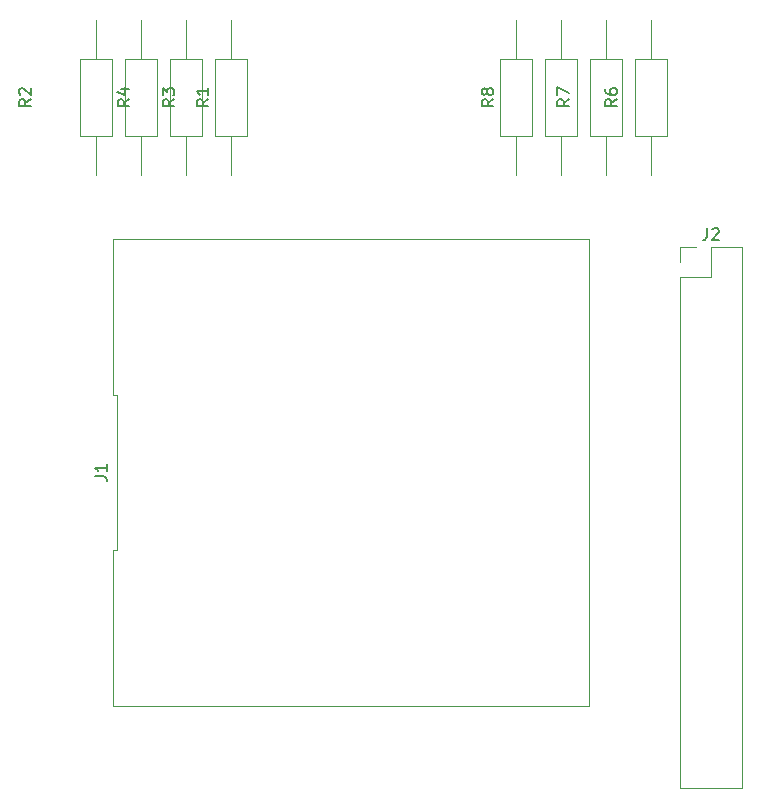
<source format=gbr>
%TF.GenerationSoftware,KiCad,Pcbnew,8.0.1-rc1*%
%TF.CreationDate,2024-05-10T09:17:23-04:00*%
%TF.ProjectId,KiCad LED matrix,4b694361-6420-44c4-9544-206d61747269,rev?*%
%TF.SameCoordinates,Original*%
%TF.FileFunction,Legend,Top*%
%TF.FilePolarity,Positive*%
%FSLAX46Y46*%
G04 Gerber Fmt 4.6, Leading zero omitted, Abs format (unit mm)*
G04 Created by KiCad (PCBNEW 8.0.1-rc1) date 2024-05-10 09:17:23*
%MOMM*%
%LPD*%
G01*
G04 APERTURE LIST*
%ADD10C,0.150000*%
%ADD11C,0.120000*%
G04 APERTURE END LIST*
D10*
X157764819Y-62396666D02*
X157288628Y-62729999D01*
X157764819Y-62968094D02*
X156764819Y-62968094D01*
X156764819Y-62968094D02*
X156764819Y-62587142D01*
X156764819Y-62587142D02*
X156812438Y-62491904D01*
X156812438Y-62491904D02*
X156860057Y-62444285D01*
X156860057Y-62444285D02*
X156955295Y-62396666D01*
X156955295Y-62396666D02*
X157098152Y-62396666D01*
X157098152Y-62396666D02*
X157193390Y-62444285D01*
X157193390Y-62444285D02*
X157241009Y-62491904D01*
X157241009Y-62491904D02*
X157288628Y-62587142D01*
X157288628Y-62587142D02*
X157288628Y-62968094D01*
X156764819Y-62063332D02*
X156764819Y-61444285D01*
X156764819Y-61444285D02*
X157145771Y-61777618D01*
X157145771Y-61777618D02*
X157145771Y-61634761D01*
X157145771Y-61634761D02*
X157193390Y-61539523D01*
X157193390Y-61539523D02*
X157241009Y-61491904D01*
X157241009Y-61491904D02*
X157336247Y-61444285D01*
X157336247Y-61444285D02*
X157574342Y-61444285D01*
X157574342Y-61444285D02*
X157669580Y-61491904D01*
X157669580Y-61491904D02*
X157717200Y-61539523D01*
X157717200Y-61539523D02*
X157764819Y-61634761D01*
X157764819Y-61634761D02*
X157764819Y-61920475D01*
X157764819Y-61920475D02*
X157717200Y-62015713D01*
X157717200Y-62015713D02*
X157669580Y-62063332D01*
X202866666Y-73324819D02*
X202866666Y-74039104D01*
X202866666Y-74039104D02*
X202819047Y-74181961D01*
X202819047Y-74181961D02*
X202723809Y-74277200D01*
X202723809Y-74277200D02*
X202580952Y-74324819D01*
X202580952Y-74324819D02*
X202485714Y-74324819D01*
X203295238Y-73420057D02*
X203342857Y-73372438D01*
X203342857Y-73372438D02*
X203438095Y-73324819D01*
X203438095Y-73324819D02*
X203676190Y-73324819D01*
X203676190Y-73324819D02*
X203771428Y-73372438D01*
X203771428Y-73372438D02*
X203819047Y-73420057D01*
X203819047Y-73420057D02*
X203866666Y-73515295D01*
X203866666Y-73515295D02*
X203866666Y-73610533D01*
X203866666Y-73610533D02*
X203819047Y-73753390D01*
X203819047Y-73753390D02*
X203247619Y-74324819D01*
X203247619Y-74324819D02*
X203866666Y-74324819D01*
X184774819Y-62396666D02*
X184298628Y-62729999D01*
X184774819Y-62968094D02*
X183774819Y-62968094D01*
X183774819Y-62968094D02*
X183774819Y-62587142D01*
X183774819Y-62587142D02*
X183822438Y-62491904D01*
X183822438Y-62491904D02*
X183870057Y-62444285D01*
X183870057Y-62444285D02*
X183965295Y-62396666D01*
X183965295Y-62396666D02*
X184108152Y-62396666D01*
X184108152Y-62396666D02*
X184203390Y-62444285D01*
X184203390Y-62444285D02*
X184251009Y-62491904D01*
X184251009Y-62491904D02*
X184298628Y-62587142D01*
X184298628Y-62587142D02*
X184298628Y-62968094D01*
X184203390Y-61825237D02*
X184155771Y-61920475D01*
X184155771Y-61920475D02*
X184108152Y-61968094D01*
X184108152Y-61968094D02*
X184012914Y-62015713D01*
X184012914Y-62015713D02*
X183965295Y-62015713D01*
X183965295Y-62015713D02*
X183870057Y-61968094D01*
X183870057Y-61968094D02*
X183822438Y-61920475D01*
X183822438Y-61920475D02*
X183774819Y-61825237D01*
X183774819Y-61825237D02*
X183774819Y-61634761D01*
X183774819Y-61634761D02*
X183822438Y-61539523D01*
X183822438Y-61539523D02*
X183870057Y-61491904D01*
X183870057Y-61491904D02*
X183965295Y-61444285D01*
X183965295Y-61444285D02*
X184012914Y-61444285D01*
X184012914Y-61444285D02*
X184108152Y-61491904D01*
X184108152Y-61491904D02*
X184155771Y-61539523D01*
X184155771Y-61539523D02*
X184203390Y-61634761D01*
X184203390Y-61634761D02*
X184203390Y-61825237D01*
X184203390Y-61825237D02*
X184251009Y-61920475D01*
X184251009Y-61920475D02*
X184298628Y-61968094D01*
X184298628Y-61968094D02*
X184393866Y-62015713D01*
X184393866Y-62015713D02*
X184584342Y-62015713D01*
X184584342Y-62015713D02*
X184679580Y-61968094D01*
X184679580Y-61968094D02*
X184727200Y-61920475D01*
X184727200Y-61920475D02*
X184774819Y-61825237D01*
X184774819Y-61825237D02*
X184774819Y-61634761D01*
X184774819Y-61634761D02*
X184727200Y-61539523D01*
X184727200Y-61539523D02*
X184679580Y-61491904D01*
X184679580Y-61491904D02*
X184584342Y-61444285D01*
X184584342Y-61444285D02*
X184393866Y-61444285D01*
X184393866Y-61444285D02*
X184298628Y-61491904D01*
X184298628Y-61491904D02*
X184251009Y-61539523D01*
X184251009Y-61539523D02*
X184203390Y-61634761D01*
X145614819Y-62396666D02*
X145138628Y-62729999D01*
X145614819Y-62968094D02*
X144614819Y-62968094D01*
X144614819Y-62968094D02*
X144614819Y-62587142D01*
X144614819Y-62587142D02*
X144662438Y-62491904D01*
X144662438Y-62491904D02*
X144710057Y-62444285D01*
X144710057Y-62444285D02*
X144805295Y-62396666D01*
X144805295Y-62396666D02*
X144948152Y-62396666D01*
X144948152Y-62396666D02*
X145043390Y-62444285D01*
X145043390Y-62444285D02*
X145091009Y-62491904D01*
X145091009Y-62491904D02*
X145138628Y-62587142D01*
X145138628Y-62587142D02*
X145138628Y-62968094D01*
X144710057Y-62015713D02*
X144662438Y-61968094D01*
X144662438Y-61968094D02*
X144614819Y-61872856D01*
X144614819Y-61872856D02*
X144614819Y-61634761D01*
X144614819Y-61634761D02*
X144662438Y-61539523D01*
X144662438Y-61539523D02*
X144710057Y-61491904D01*
X144710057Y-61491904D02*
X144805295Y-61444285D01*
X144805295Y-61444285D02*
X144900533Y-61444285D01*
X144900533Y-61444285D02*
X145043390Y-61491904D01*
X145043390Y-61491904D02*
X145614819Y-62063332D01*
X145614819Y-62063332D02*
X145614819Y-61444285D01*
X160644819Y-62396666D02*
X160168628Y-62729999D01*
X160644819Y-62968094D02*
X159644819Y-62968094D01*
X159644819Y-62968094D02*
X159644819Y-62587142D01*
X159644819Y-62587142D02*
X159692438Y-62491904D01*
X159692438Y-62491904D02*
X159740057Y-62444285D01*
X159740057Y-62444285D02*
X159835295Y-62396666D01*
X159835295Y-62396666D02*
X159978152Y-62396666D01*
X159978152Y-62396666D02*
X160073390Y-62444285D01*
X160073390Y-62444285D02*
X160121009Y-62491904D01*
X160121009Y-62491904D02*
X160168628Y-62587142D01*
X160168628Y-62587142D02*
X160168628Y-62968094D01*
X160644819Y-61444285D02*
X160644819Y-62015713D01*
X160644819Y-61729999D02*
X159644819Y-61729999D01*
X159644819Y-61729999D02*
X159787676Y-61825237D01*
X159787676Y-61825237D02*
X159882914Y-61920475D01*
X159882914Y-61920475D02*
X159930533Y-62015713D01*
X195244819Y-62396666D02*
X194768628Y-62729999D01*
X195244819Y-62968094D02*
X194244819Y-62968094D01*
X194244819Y-62968094D02*
X194244819Y-62587142D01*
X194244819Y-62587142D02*
X194292438Y-62491904D01*
X194292438Y-62491904D02*
X194340057Y-62444285D01*
X194340057Y-62444285D02*
X194435295Y-62396666D01*
X194435295Y-62396666D02*
X194578152Y-62396666D01*
X194578152Y-62396666D02*
X194673390Y-62444285D01*
X194673390Y-62444285D02*
X194721009Y-62491904D01*
X194721009Y-62491904D02*
X194768628Y-62587142D01*
X194768628Y-62587142D02*
X194768628Y-62968094D01*
X194244819Y-61539523D02*
X194244819Y-61729999D01*
X194244819Y-61729999D02*
X194292438Y-61825237D01*
X194292438Y-61825237D02*
X194340057Y-61872856D01*
X194340057Y-61872856D02*
X194482914Y-61968094D01*
X194482914Y-61968094D02*
X194673390Y-62015713D01*
X194673390Y-62015713D02*
X195054342Y-62015713D01*
X195054342Y-62015713D02*
X195149580Y-61968094D01*
X195149580Y-61968094D02*
X195197200Y-61920475D01*
X195197200Y-61920475D02*
X195244819Y-61825237D01*
X195244819Y-61825237D02*
X195244819Y-61634761D01*
X195244819Y-61634761D02*
X195197200Y-61539523D01*
X195197200Y-61539523D02*
X195149580Y-61491904D01*
X195149580Y-61491904D02*
X195054342Y-61444285D01*
X195054342Y-61444285D02*
X194816247Y-61444285D01*
X194816247Y-61444285D02*
X194721009Y-61491904D01*
X194721009Y-61491904D02*
X194673390Y-61539523D01*
X194673390Y-61539523D02*
X194625771Y-61634761D01*
X194625771Y-61634761D02*
X194625771Y-61825237D01*
X194625771Y-61825237D02*
X194673390Y-61920475D01*
X194673390Y-61920475D02*
X194721009Y-61968094D01*
X194721009Y-61968094D02*
X194816247Y-62015713D01*
X191194819Y-62396666D02*
X190718628Y-62729999D01*
X191194819Y-62968094D02*
X190194819Y-62968094D01*
X190194819Y-62968094D02*
X190194819Y-62587142D01*
X190194819Y-62587142D02*
X190242438Y-62491904D01*
X190242438Y-62491904D02*
X190290057Y-62444285D01*
X190290057Y-62444285D02*
X190385295Y-62396666D01*
X190385295Y-62396666D02*
X190528152Y-62396666D01*
X190528152Y-62396666D02*
X190623390Y-62444285D01*
X190623390Y-62444285D02*
X190671009Y-62491904D01*
X190671009Y-62491904D02*
X190718628Y-62587142D01*
X190718628Y-62587142D02*
X190718628Y-62968094D01*
X190194819Y-62063332D02*
X190194819Y-61396666D01*
X190194819Y-61396666D02*
X191194819Y-61825237D01*
X153954819Y-62396666D02*
X153478628Y-62729999D01*
X153954819Y-62968094D02*
X152954819Y-62968094D01*
X152954819Y-62968094D02*
X152954819Y-62587142D01*
X152954819Y-62587142D02*
X153002438Y-62491904D01*
X153002438Y-62491904D02*
X153050057Y-62444285D01*
X153050057Y-62444285D02*
X153145295Y-62396666D01*
X153145295Y-62396666D02*
X153288152Y-62396666D01*
X153288152Y-62396666D02*
X153383390Y-62444285D01*
X153383390Y-62444285D02*
X153431009Y-62491904D01*
X153431009Y-62491904D02*
X153478628Y-62587142D01*
X153478628Y-62587142D02*
X153478628Y-62968094D01*
X153288152Y-61539523D02*
X153954819Y-61539523D01*
X152907200Y-61777618D02*
X153621485Y-62015713D01*
X153621485Y-62015713D02*
X153621485Y-61396666D01*
X151024819Y-94313333D02*
X151739104Y-94313333D01*
X151739104Y-94313333D02*
X151881961Y-94360952D01*
X151881961Y-94360952D02*
X151977200Y-94456190D01*
X151977200Y-94456190D02*
X152024819Y-94599047D01*
X152024819Y-94599047D02*
X152024819Y-94694285D01*
X152024819Y-93313333D02*
X152024819Y-93884761D01*
X152024819Y-93599047D02*
X151024819Y-93599047D01*
X151024819Y-93599047D02*
X151167676Y-93694285D01*
X151167676Y-93694285D02*
X151262914Y-93789523D01*
X151262914Y-93789523D02*
X151310533Y-93884761D01*
D11*
%TO.C,R3*%
X153570000Y-58960000D02*
X153570000Y-65500000D01*
X153570000Y-65500000D02*
X156310000Y-65500000D01*
X154940000Y-55650000D02*
X154940000Y-58960000D01*
X154940000Y-68810000D02*
X154940000Y-65500000D01*
X156310000Y-58960000D02*
X153570000Y-58960000D01*
X156310000Y-65500000D02*
X156310000Y-58960000D01*
%TO.C,J2*%
X200600000Y-74870000D02*
X201930000Y-74870000D01*
X200600000Y-76200000D02*
X200600000Y-74870000D01*
X200600000Y-77470000D02*
X200600000Y-120710000D01*
X200600000Y-77470000D02*
X203200000Y-77470000D01*
X200600000Y-120710000D02*
X205800000Y-120710000D01*
X203200000Y-74870000D02*
X205800000Y-74870000D01*
X203200000Y-77470000D02*
X203200000Y-74870000D01*
X205800000Y-74870000D02*
X205800000Y-120710000D01*
%TO.C,R8*%
X185320000Y-58960000D02*
X185320000Y-65500000D01*
X185320000Y-65500000D02*
X188060000Y-65500000D01*
X186690000Y-55650000D02*
X186690000Y-58960000D01*
X186690000Y-68810000D02*
X186690000Y-65500000D01*
X188060000Y-58960000D02*
X185320000Y-58960000D01*
X188060000Y-65500000D02*
X188060000Y-58960000D01*
%TO.C,R5*%
X196750000Y-58960000D02*
X196750000Y-65500000D01*
X196750000Y-65500000D02*
X199490000Y-65500000D01*
X198120000Y-55650000D02*
X198120000Y-58960000D01*
X198120000Y-68810000D02*
X198120000Y-65500000D01*
X199490000Y-58960000D02*
X196750000Y-58960000D01*
X199490000Y-65500000D02*
X199490000Y-58960000D01*
%TO.C,R2*%
X157380000Y-58960000D02*
X157380000Y-65500000D01*
X157380000Y-65500000D02*
X160120000Y-65500000D01*
X158750000Y-55650000D02*
X158750000Y-58960000D01*
X158750000Y-68810000D02*
X158750000Y-65500000D01*
X160120000Y-58960000D02*
X157380000Y-58960000D01*
X160120000Y-65500000D02*
X160120000Y-58960000D01*
%TO.C,R1*%
X161190000Y-58960000D02*
X161190000Y-65500000D01*
X161190000Y-65500000D02*
X163930000Y-65500000D01*
X162560000Y-55650000D02*
X162560000Y-58960000D01*
X162560000Y-68810000D02*
X162560000Y-65500000D01*
X163930000Y-58960000D02*
X161190000Y-58960000D01*
X163930000Y-65500000D02*
X163930000Y-58960000D01*
%TO.C,R6*%
X192940000Y-58960000D02*
X192940000Y-65500000D01*
X192940000Y-65500000D02*
X195680000Y-65500000D01*
X194310000Y-55650000D02*
X194310000Y-58960000D01*
X194310000Y-68810000D02*
X194310000Y-65500000D01*
X195680000Y-58960000D02*
X192940000Y-58960000D01*
X195680000Y-65500000D02*
X195680000Y-58960000D01*
%TO.C,R7*%
X189130000Y-58960000D02*
X189130000Y-65500000D01*
X189130000Y-65500000D02*
X191870000Y-65500000D01*
X190500000Y-55650000D02*
X190500000Y-58960000D01*
X190500000Y-68810000D02*
X190500000Y-65500000D01*
X191870000Y-58960000D02*
X189130000Y-58960000D01*
X191870000Y-65500000D02*
X191870000Y-58960000D01*
%TO.C,R4*%
X149760000Y-58960000D02*
X149760000Y-65500000D01*
X149760000Y-65500000D02*
X152500000Y-65500000D01*
X151130000Y-55650000D02*
X151130000Y-58960000D01*
X151130000Y-68810000D02*
X151130000Y-65500000D01*
X152500000Y-58960000D02*
X149760000Y-58960000D01*
X152500000Y-65500000D02*
X152500000Y-58960000D01*
%TO.C,J1*%
X152570000Y-74230000D02*
X152570000Y-87396667D01*
X152570000Y-87396667D02*
X152930000Y-87396667D01*
X152570000Y-100563333D02*
X152570000Y-113730000D01*
X152570000Y-113730000D02*
X192870000Y-113730000D01*
X152930000Y-87396667D02*
X152930000Y-100563333D01*
X152930000Y-100563333D02*
X152570000Y-100563333D01*
X192870000Y-74230000D02*
X152570000Y-74230000D01*
X192870000Y-113730000D02*
X192870000Y-74230000D01*
%TD*%
M02*

</source>
